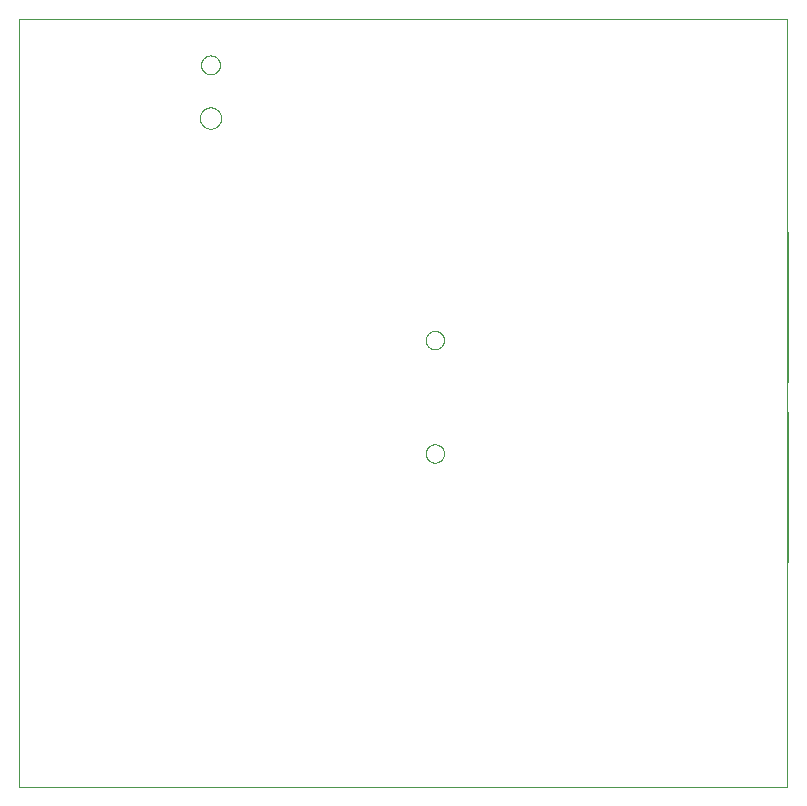
<source format=gbr>
G75*
%MOIN*%
%OFA0B0*%
%FSLAX25Y25*%
%IPPOS*%
%LPD*%
%AMOC8*
5,1,8,0,0,1.08239X$1,22.5*
%
%ADD10C,0.00000*%
D10*
X0027667Y0001800D02*
X0027667Y0257706D01*
X0283573Y0257706D01*
X0283573Y0001800D01*
X0027667Y0001800D01*
X0163160Y0112902D02*
X0163162Y0113012D01*
X0163168Y0113122D01*
X0163178Y0113232D01*
X0163192Y0113341D01*
X0163210Y0113450D01*
X0163231Y0113558D01*
X0163257Y0113665D01*
X0163286Y0113771D01*
X0163320Y0113876D01*
X0163357Y0113980D01*
X0163398Y0114082D01*
X0163442Y0114183D01*
X0163490Y0114282D01*
X0163542Y0114380D01*
X0163597Y0114475D01*
X0163655Y0114568D01*
X0163717Y0114659D01*
X0163782Y0114748D01*
X0163850Y0114835D01*
X0163922Y0114919D01*
X0163996Y0115000D01*
X0164073Y0115079D01*
X0164153Y0115155D01*
X0164236Y0115227D01*
X0164321Y0115297D01*
X0164409Y0115364D01*
X0164499Y0115427D01*
X0164591Y0115487D01*
X0164685Y0115544D01*
X0164782Y0115598D01*
X0164880Y0115647D01*
X0164980Y0115694D01*
X0165082Y0115736D01*
X0165185Y0115775D01*
X0165289Y0115810D01*
X0165395Y0115842D01*
X0165501Y0115869D01*
X0165609Y0115893D01*
X0165717Y0115913D01*
X0165826Y0115929D01*
X0165936Y0115941D01*
X0166046Y0115949D01*
X0166156Y0115953D01*
X0166266Y0115953D01*
X0166376Y0115949D01*
X0166486Y0115941D01*
X0166596Y0115929D01*
X0166705Y0115913D01*
X0166813Y0115893D01*
X0166921Y0115869D01*
X0167027Y0115842D01*
X0167133Y0115810D01*
X0167237Y0115775D01*
X0167340Y0115736D01*
X0167442Y0115694D01*
X0167542Y0115647D01*
X0167640Y0115598D01*
X0167736Y0115544D01*
X0167831Y0115487D01*
X0167923Y0115427D01*
X0168013Y0115364D01*
X0168101Y0115297D01*
X0168186Y0115227D01*
X0168269Y0115155D01*
X0168349Y0115079D01*
X0168426Y0115000D01*
X0168500Y0114919D01*
X0168572Y0114835D01*
X0168640Y0114748D01*
X0168705Y0114659D01*
X0168767Y0114568D01*
X0168825Y0114475D01*
X0168880Y0114380D01*
X0168932Y0114282D01*
X0168980Y0114183D01*
X0169024Y0114082D01*
X0169065Y0113980D01*
X0169102Y0113876D01*
X0169136Y0113771D01*
X0169165Y0113665D01*
X0169191Y0113558D01*
X0169212Y0113450D01*
X0169230Y0113341D01*
X0169244Y0113232D01*
X0169254Y0113122D01*
X0169260Y0113012D01*
X0169262Y0112902D01*
X0169260Y0112792D01*
X0169254Y0112682D01*
X0169244Y0112572D01*
X0169230Y0112463D01*
X0169212Y0112354D01*
X0169191Y0112246D01*
X0169165Y0112139D01*
X0169136Y0112033D01*
X0169102Y0111928D01*
X0169065Y0111824D01*
X0169024Y0111722D01*
X0168980Y0111621D01*
X0168932Y0111522D01*
X0168880Y0111424D01*
X0168825Y0111329D01*
X0168767Y0111236D01*
X0168705Y0111145D01*
X0168640Y0111056D01*
X0168572Y0110969D01*
X0168500Y0110885D01*
X0168426Y0110804D01*
X0168349Y0110725D01*
X0168269Y0110649D01*
X0168186Y0110577D01*
X0168101Y0110507D01*
X0168013Y0110440D01*
X0167923Y0110377D01*
X0167831Y0110317D01*
X0167737Y0110260D01*
X0167640Y0110206D01*
X0167542Y0110157D01*
X0167442Y0110110D01*
X0167340Y0110068D01*
X0167237Y0110029D01*
X0167133Y0109994D01*
X0167027Y0109962D01*
X0166921Y0109935D01*
X0166813Y0109911D01*
X0166705Y0109891D01*
X0166596Y0109875D01*
X0166486Y0109863D01*
X0166376Y0109855D01*
X0166266Y0109851D01*
X0166156Y0109851D01*
X0166046Y0109855D01*
X0165936Y0109863D01*
X0165826Y0109875D01*
X0165717Y0109891D01*
X0165609Y0109911D01*
X0165501Y0109935D01*
X0165395Y0109962D01*
X0165289Y0109994D01*
X0165185Y0110029D01*
X0165082Y0110068D01*
X0164980Y0110110D01*
X0164880Y0110157D01*
X0164782Y0110206D01*
X0164685Y0110260D01*
X0164591Y0110317D01*
X0164499Y0110377D01*
X0164409Y0110440D01*
X0164321Y0110507D01*
X0164236Y0110577D01*
X0164153Y0110649D01*
X0164073Y0110725D01*
X0163996Y0110804D01*
X0163922Y0110885D01*
X0163850Y0110969D01*
X0163782Y0111056D01*
X0163717Y0111145D01*
X0163655Y0111236D01*
X0163597Y0111329D01*
X0163542Y0111424D01*
X0163490Y0111522D01*
X0163442Y0111621D01*
X0163398Y0111722D01*
X0163357Y0111824D01*
X0163320Y0111928D01*
X0163286Y0112033D01*
X0163257Y0112139D01*
X0163231Y0112246D01*
X0163210Y0112354D01*
X0163192Y0112463D01*
X0163178Y0112572D01*
X0163168Y0112682D01*
X0163162Y0112792D01*
X0163160Y0112902D01*
X0163160Y0150698D02*
X0163162Y0150808D01*
X0163168Y0150918D01*
X0163178Y0151028D01*
X0163192Y0151137D01*
X0163210Y0151246D01*
X0163231Y0151354D01*
X0163257Y0151461D01*
X0163286Y0151567D01*
X0163320Y0151672D01*
X0163357Y0151776D01*
X0163398Y0151878D01*
X0163442Y0151979D01*
X0163490Y0152078D01*
X0163542Y0152176D01*
X0163597Y0152271D01*
X0163655Y0152364D01*
X0163717Y0152455D01*
X0163782Y0152544D01*
X0163850Y0152631D01*
X0163922Y0152715D01*
X0163996Y0152796D01*
X0164073Y0152875D01*
X0164153Y0152951D01*
X0164236Y0153023D01*
X0164321Y0153093D01*
X0164409Y0153160D01*
X0164499Y0153223D01*
X0164591Y0153283D01*
X0164685Y0153340D01*
X0164782Y0153394D01*
X0164880Y0153443D01*
X0164980Y0153490D01*
X0165082Y0153532D01*
X0165185Y0153571D01*
X0165289Y0153606D01*
X0165395Y0153638D01*
X0165501Y0153665D01*
X0165609Y0153689D01*
X0165717Y0153709D01*
X0165826Y0153725D01*
X0165936Y0153737D01*
X0166046Y0153745D01*
X0166156Y0153749D01*
X0166266Y0153749D01*
X0166376Y0153745D01*
X0166486Y0153737D01*
X0166596Y0153725D01*
X0166705Y0153709D01*
X0166813Y0153689D01*
X0166921Y0153665D01*
X0167027Y0153638D01*
X0167133Y0153606D01*
X0167237Y0153571D01*
X0167340Y0153532D01*
X0167442Y0153490D01*
X0167542Y0153443D01*
X0167640Y0153394D01*
X0167736Y0153340D01*
X0167831Y0153283D01*
X0167923Y0153223D01*
X0168013Y0153160D01*
X0168101Y0153093D01*
X0168186Y0153023D01*
X0168269Y0152951D01*
X0168349Y0152875D01*
X0168426Y0152796D01*
X0168500Y0152715D01*
X0168572Y0152631D01*
X0168640Y0152544D01*
X0168705Y0152455D01*
X0168767Y0152364D01*
X0168825Y0152271D01*
X0168880Y0152176D01*
X0168932Y0152078D01*
X0168980Y0151979D01*
X0169024Y0151878D01*
X0169065Y0151776D01*
X0169102Y0151672D01*
X0169136Y0151567D01*
X0169165Y0151461D01*
X0169191Y0151354D01*
X0169212Y0151246D01*
X0169230Y0151137D01*
X0169244Y0151028D01*
X0169254Y0150918D01*
X0169260Y0150808D01*
X0169262Y0150698D01*
X0169260Y0150588D01*
X0169254Y0150478D01*
X0169244Y0150368D01*
X0169230Y0150259D01*
X0169212Y0150150D01*
X0169191Y0150042D01*
X0169165Y0149935D01*
X0169136Y0149829D01*
X0169102Y0149724D01*
X0169065Y0149620D01*
X0169024Y0149518D01*
X0168980Y0149417D01*
X0168932Y0149318D01*
X0168880Y0149220D01*
X0168825Y0149125D01*
X0168767Y0149032D01*
X0168705Y0148941D01*
X0168640Y0148852D01*
X0168572Y0148765D01*
X0168500Y0148681D01*
X0168426Y0148600D01*
X0168349Y0148521D01*
X0168269Y0148445D01*
X0168186Y0148373D01*
X0168101Y0148303D01*
X0168013Y0148236D01*
X0167923Y0148173D01*
X0167831Y0148113D01*
X0167737Y0148056D01*
X0167640Y0148002D01*
X0167542Y0147953D01*
X0167442Y0147906D01*
X0167340Y0147864D01*
X0167237Y0147825D01*
X0167133Y0147790D01*
X0167027Y0147758D01*
X0166921Y0147731D01*
X0166813Y0147707D01*
X0166705Y0147687D01*
X0166596Y0147671D01*
X0166486Y0147659D01*
X0166376Y0147651D01*
X0166266Y0147647D01*
X0166156Y0147647D01*
X0166046Y0147651D01*
X0165936Y0147659D01*
X0165826Y0147671D01*
X0165717Y0147687D01*
X0165609Y0147707D01*
X0165501Y0147731D01*
X0165395Y0147758D01*
X0165289Y0147790D01*
X0165185Y0147825D01*
X0165082Y0147864D01*
X0164980Y0147906D01*
X0164880Y0147953D01*
X0164782Y0148002D01*
X0164685Y0148056D01*
X0164591Y0148113D01*
X0164499Y0148173D01*
X0164409Y0148236D01*
X0164321Y0148303D01*
X0164236Y0148373D01*
X0164153Y0148445D01*
X0164073Y0148521D01*
X0163996Y0148600D01*
X0163922Y0148681D01*
X0163850Y0148765D01*
X0163782Y0148852D01*
X0163717Y0148941D01*
X0163655Y0149032D01*
X0163597Y0149125D01*
X0163542Y0149220D01*
X0163490Y0149318D01*
X0163442Y0149417D01*
X0163398Y0149518D01*
X0163357Y0149620D01*
X0163320Y0149724D01*
X0163286Y0149829D01*
X0163257Y0149935D01*
X0163231Y0150042D01*
X0163210Y0150150D01*
X0163192Y0150259D01*
X0163178Y0150368D01*
X0163168Y0150478D01*
X0163162Y0150588D01*
X0163160Y0150698D01*
X0087874Y0224713D02*
X0087876Y0224831D01*
X0087882Y0224950D01*
X0087892Y0225068D01*
X0087906Y0225185D01*
X0087923Y0225302D01*
X0087945Y0225419D01*
X0087971Y0225534D01*
X0088000Y0225649D01*
X0088033Y0225763D01*
X0088070Y0225875D01*
X0088111Y0225986D01*
X0088155Y0226096D01*
X0088203Y0226204D01*
X0088255Y0226311D01*
X0088310Y0226416D01*
X0088369Y0226519D01*
X0088431Y0226619D01*
X0088496Y0226718D01*
X0088565Y0226815D01*
X0088636Y0226909D01*
X0088711Y0227000D01*
X0088789Y0227090D01*
X0088870Y0227176D01*
X0088954Y0227260D01*
X0089040Y0227341D01*
X0089130Y0227419D01*
X0089221Y0227494D01*
X0089315Y0227565D01*
X0089412Y0227634D01*
X0089511Y0227699D01*
X0089611Y0227761D01*
X0089714Y0227820D01*
X0089819Y0227875D01*
X0089926Y0227927D01*
X0090034Y0227975D01*
X0090144Y0228019D01*
X0090255Y0228060D01*
X0090367Y0228097D01*
X0090481Y0228130D01*
X0090596Y0228159D01*
X0090711Y0228185D01*
X0090828Y0228207D01*
X0090945Y0228224D01*
X0091062Y0228238D01*
X0091180Y0228248D01*
X0091299Y0228254D01*
X0091417Y0228256D01*
X0091535Y0228254D01*
X0091654Y0228248D01*
X0091772Y0228238D01*
X0091889Y0228224D01*
X0092006Y0228207D01*
X0092123Y0228185D01*
X0092238Y0228159D01*
X0092353Y0228130D01*
X0092467Y0228097D01*
X0092579Y0228060D01*
X0092690Y0228019D01*
X0092800Y0227975D01*
X0092908Y0227927D01*
X0093015Y0227875D01*
X0093120Y0227820D01*
X0093223Y0227761D01*
X0093323Y0227699D01*
X0093422Y0227634D01*
X0093519Y0227565D01*
X0093613Y0227494D01*
X0093704Y0227419D01*
X0093794Y0227341D01*
X0093880Y0227260D01*
X0093964Y0227176D01*
X0094045Y0227090D01*
X0094123Y0227000D01*
X0094198Y0226909D01*
X0094269Y0226815D01*
X0094338Y0226718D01*
X0094403Y0226619D01*
X0094465Y0226519D01*
X0094524Y0226416D01*
X0094579Y0226311D01*
X0094631Y0226204D01*
X0094679Y0226096D01*
X0094723Y0225986D01*
X0094764Y0225875D01*
X0094801Y0225763D01*
X0094834Y0225649D01*
X0094863Y0225534D01*
X0094889Y0225419D01*
X0094911Y0225302D01*
X0094928Y0225185D01*
X0094942Y0225068D01*
X0094952Y0224950D01*
X0094958Y0224831D01*
X0094960Y0224713D01*
X0094958Y0224595D01*
X0094952Y0224476D01*
X0094942Y0224358D01*
X0094928Y0224241D01*
X0094911Y0224124D01*
X0094889Y0224007D01*
X0094863Y0223892D01*
X0094834Y0223777D01*
X0094801Y0223663D01*
X0094764Y0223551D01*
X0094723Y0223440D01*
X0094679Y0223330D01*
X0094631Y0223222D01*
X0094579Y0223115D01*
X0094524Y0223010D01*
X0094465Y0222907D01*
X0094403Y0222807D01*
X0094338Y0222708D01*
X0094269Y0222611D01*
X0094198Y0222517D01*
X0094123Y0222426D01*
X0094045Y0222336D01*
X0093964Y0222250D01*
X0093880Y0222166D01*
X0093794Y0222085D01*
X0093704Y0222007D01*
X0093613Y0221932D01*
X0093519Y0221861D01*
X0093422Y0221792D01*
X0093323Y0221727D01*
X0093223Y0221665D01*
X0093120Y0221606D01*
X0093015Y0221551D01*
X0092908Y0221499D01*
X0092800Y0221451D01*
X0092690Y0221407D01*
X0092579Y0221366D01*
X0092467Y0221329D01*
X0092353Y0221296D01*
X0092238Y0221267D01*
X0092123Y0221241D01*
X0092006Y0221219D01*
X0091889Y0221202D01*
X0091772Y0221188D01*
X0091654Y0221178D01*
X0091535Y0221172D01*
X0091417Y0221170D01*
X0091299Y0221172D01*
X0091180Y0221178D01*
X0091062Y0221188D01*
X0090945Y0221202D01*
X0090828Y0221219D01*
X0090711Y0221241D01*
X0090596Y0221267D01*
X0090481Y0221296D01*
X0090367Y0221329D01*
X0090255Y0221366D01*
X0090144Y0221407D01*
X0090034Y0221451D01*
X0089926Y0221499D01*
X0089819Y0221551D01*
X0089714Y0221606D01*
X0089611Y0221665D01*
X0089511Y0221727D01*
X0089412Y0221792D01*
X0089315Y0221861D01*
X0089221Y0221932D01*
X0089130Y0222007D01*
X0089040Y0222085D01*
X0088954Y0222166D01*
X0088870Y0222250D01*
X0088789Y0222336D01*
X0088711Y0222426D01*
X0088636Y0222517D01*
X0088565Y0222611D01*
X0088496Y0222708D01*
X0088431Y0222807D01*
X0088369Y0222907D01*
X0088310Y0223010D01*
X0088255Y0223115D01*
X0088203Y0223222D01*
X0088155Y0223330D01*
X0088111Y0223440D01*
X0088070Y0223551D01*
X0088033Y0223663D01*
X0088000Y0223777D01*
X0087971Y0223892D01*
X0087945Y0224007D01*
X0087923Y0224124D01*
X0087906Y0224241D01*
X0087892Y0224358D01*
X0087882Y0224476D01*
X0087876Y0224595D01*
X0087874Y0224713D01*
X0088267Y0242430D02*
X0088269Y0242542D01*
X0088275Y0242653D01*
X0088285Y0242765D01*
X0088299Y0242876D01*
X0088316Y0242986D01*
X0088338Y0243096D01*
X0088364Y0243205D01*
X0088393Y0243313D01*
X0088426Y0243419D01*
X0088463Y0243525D01*
X0088504Y0243629D01*
X0088549Y0243732D01*
X0088597Y0243833D01*
X0088648Y0243932D01*
X0088703Y0244029D01*
X0088762Y0244124D01*
X0088823Y0244218D01*
X0088888Y0244309D01*
X0088957Y0244397D01*
X0089028Y0244483D01*
X0089102Y0244567D01*
X0089180Y0244647D01*
X0089260Y0244725D01*
X0089343Y0244801D01*
X0089428Y0244873D01*
X0089516Y0244942D01*
X0089606Y0245008D01*
X0089699Y0245070D01*
X0089794Y0245130D01*
X0089891Y0245186D01*
X0089989Y0245238D01*
X0090090Y0245287D01*
X0090192Y0245332D01*
X0090296Y0245374D01*
X0090401Y0245412D01*
X0090508Y0245446D01*
X0090615Y0245476D01*
X0090724Y0245503D01*
X0090833Y0245525D01*
X0090944Y0245544D01*
X0091054Y0245559D01*
X0091166Y0245570D01*
X0091277Y0245577D01*
X0091389Y0245580D01*
X0091501Y0245579D01*
X0091613Y0245574D01*
X0091724Y0245565D01*
X0091835Y0245552D01*
X0091946Y0245535D01*
X0092056Y0245515D01*
X0092165Y0245490D01*
X0092273Y0245462D01*
X0092380Y0245429D01*
X0092486Y0245393D01*
X0092590Y0245353D01*
X0092693Y0245310D01*
X0092795Y0245263D01*
X0092894Y0245212D01*
X0092992Y0245158D01*
X0093088Y0245100D01*
X0093182Y0245039D01*
X0093273Y0244975D01*
X0093362Y0244908D01*
X0093449Y0244837D01*
X0093533Y0244763D01*
X0093615Y0244687D01*
X0093693Y0244607D01*
X0093769Y0244525D01*
X0093842Y0244440D01*
X0093912Y0244353D01*
X0093978Y0244263D01*
X0094042Y0244171D01*
X0094102Y0244077D01*
X0094159Y0243981D01*
X0094212Y0243882D01*
X0094262Y0243782D01*
X0094308Y0243681D01*
X0094351Y0243577D01*
X0094390Y0243472D01*
X0094425Y0243366D01*
X0094456Y0243259D01*
X0094484Y0243150D01*
X0094507Y0243041D01*
X0094527Y0242931D01*
X0094543Y0242820D01*
X0094555Y0242709D01*
X0094563Y0242598D01*
X0094567Y0242486D01*
X0094567Y0242374D01*
X0094563Y0242262D01*
X0094555Y0242151D01*
X0094543Y0242040D01*
X0094527Y0241929D01*
X0094507Y0241819D01*
X0094484Y0241710D01*
X0094456Y0241601D01*
X0094425Y0241494D01*
X0094390Y0241388D01*
X0094351Y0241283D01*
X0094308Y0241179D01*
X0094262Y0241078D01*
X0094212Y0240978D01*
X0094159Y0240879D01*
X0094102Y0240783D01*
X0094042Y0240689D01*
X0093978Y0240597D01*
X0093912Y0240507D01*
X0093842Y0240420D01*
X0093769Y0240335D01*
X0093693Y0240253D01*
X0093615Y0240173D01*
X0093533Y0240097D01*
X0093449Y0240023D01*
X0093362Y0239952D01*
X0093273Y0239885D01*
X0093182Y0239821D01*
X0093088Y0239760D01*
X0092992Y0239702D01*
X0092894Y0239648D01*
X0092795Y0239597D01*
X0092693Y0239550D01*
X0092590Y0239507D01*
X0092486Y0239467D01*
X0092380Y0239431D01*
X0092273Y0239398D01*
X0092165Y0239370D01*
X0092056Y0239345D01*
X0091946Y0239325D01*
X0091835Y0239308D01*
X0091724Y0239295D01*
X0091613Y0239286D01*
X0091501Y0239281D01*
X0091389Y0239280D01*
X0091277Y0239283D01*
X0091166Y0239290D01*
X0091054Y0239301D01*
X0090944Y0239316D01*
X0090833Y0239335D01*
X0090724Y0239357D01*
X0090615Y0239384D01*
X0090508Y0239414D01*
X0090401Y0239448D01*
X0090296Y0239486D01*
X0090192Y0239528D01*
X0090090Y0239573D01*
X0089989Y0239622D01*
X0089891Y0239674D01*
X0089794Y0239730D01*
X0089699Y0239790D01*
X0089606Y0239852D01*
X0089516Y0239918D01*
X0089428Y0239987D01*
X0089343Y0240059D01*
X0089260Y0240135D01*
X0089180Y0240213D01*
X0089102Y0240293D01*
X0089028Y0240377D01*
X0088957Y0240463D01*
X0088888Y0240551D01*
X0088823Y0240642D01*
X0088762Y0240736D01*
X0088703Y0240831D01*
X0088648Y0240928D01*
X0088597Y0241027D01*
X0088549Y0241128D01*
X0088504Y0241231D01*
X0088463Y0241335D01*
X0088426Y0241441D01*
X0088393Y0241547D01*
X0088364Y0241655D01*
X0088338Y0241764D01*
X0088316Y0241874D01*
X0088299Y0241984D01*
X0088285Y0242095D01*
X0088275Y0242207D01*
X0088269Y0242318D01*
X0088267Y0242430D01*
X0283917Y0186800D02*
X0283917Y0136800D01*
X0283917Y0126800D02*
X0283917Y0076800D01*
M02*

</source>
